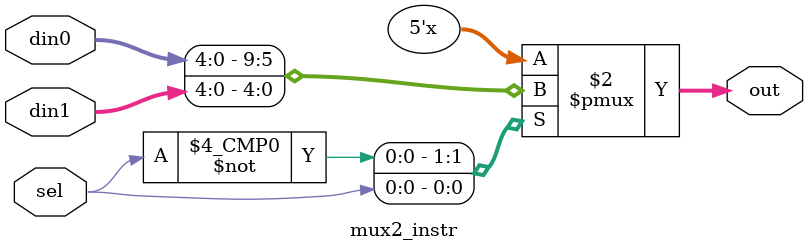
<source format=v>
module mux2_instr(
    input [4:0] din0,
    input [4:0] din1,
    input sel,
    output reg [4:0] out
    );
    
    always@*
        case(sel)
            1'b0: out=din0;
            1'b1: out=din1;
            default: out=5'bx;
        endcase
endmodule

</source>
